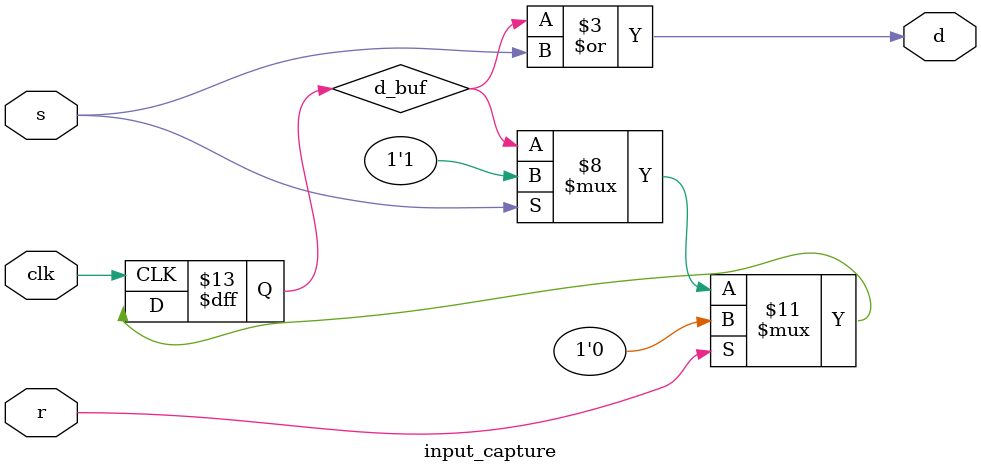
<source format=v>
`timescale 1ns / 1ps


module input_capture #(parameter N=1) (
    input clk,
    input r,
    input [N-1:0] s,
    output [N-1:0] d
);
    reg [N-1:0] d_buf = 0;
    integer i;
    always @(posedge clk) if (r) begin
        d_buf <= 0;     
    end else for (i=0; i<N; i=i+1) begin
        if (s[i]) d_buf[i] <= 1;
    end

    assign d = d_buf | s;
endmodule

</source>
